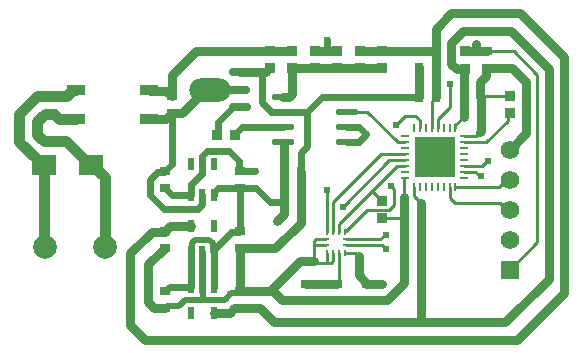
<source format=gtl>
G04 Layer: TopLayer*
G04 EasyEDA Pro v2.2.27.1, 2024-09-15 10:59:50*
G04 Gerber Generator version 0.3*
G04 Scale: 100 percent, Rotated: No, Reflected: No*
G04 Dimensions in millimeters*
G04 Leading zeros omitted, absolute positions, 3 integers and 5 decimals*
%TF.GenerationSoftware,KiCad,Pcbnew,8.0.8*%
%TF.CreationDate,2025-02-03T12:57:40+08:00*%
%TF.ProjectId,vibration_detection_v02,76696272-6174-4696-9f6e-5f6465746563,rev?*%
%TF.SameCoordinates,Original*%
%TF.FileFunction,Copper,L1,Top*%
%TF.FilePolarity,Positive*%
%FSLAX46Y46*%
G04 Gerber Fmt 4.6, Leading zero omitted, Abs format (unit mm)*
G04 Created by KiCad (PCBNEW 8.0.8) date 2025-02-03 12:57:40*
%MOMM*%
%LPD*%
G01*
G04 APERTURE LIST*
%TA.AperFunction,SMDPad,CuDef*%
%ADD10R,0.900000X0.800000*%
%TD*%
%TA.AperFunction,SMDPad,CuDef*%
%ADD11R,0.800000X0.900000*%
%TD*%
%TA.AperFunction,SMDPad,CuDef*%
%ADD12R,2.000000X1.800000*%
%TD*%
%TA.AperFunction,SMDPad,CuDef*%
%ADD13R,1.500000X0.900000*%
%TD*%
%TA.AperFunction,ComponentPad*%
%ADD14R,1.574800X1.574800*%
%TD*%
%TA.AperFunction,ComponentPad*%
%ADD15C,1.574800*%
%TD*%
%TA.AperFunction,ComponentPad*%
%ADD16C,2.000000*%
%TD*%
%TA.AperFunction,SMDPad,CuDef*%
%ADD17O,1.900000X0.700000*%
%TD*%
%TA.AperFunction,SMDPad,CuDef*%
%ADD18O,2.100000X0.700000*%
%TD*%
%TA.AperFunction,SMDPad,CuDef*%
%ADD19O,3.499990X2.000000*%
%TD*%
%TA.AperFunction,SMDPad,CuDef*%
%ADD20R,0.864010X0.806480*%
%TD*%
%TA.AperFunction,SMDPad,CuDef*%
%ADD21R,0.806480X0.864010*%
%TD*%
%TA.AperFunction,SMDPad,CuDef*%
%ADD22R,0.280010X0.500000*%
%TD*%
%TA.AperFunction,SMDPad,CuDef*%
%ADD23R,0.500000X0.280010*%
%TD*%
%TA.AperFunction,SMDPad,CuDef*%
%ADD24R,0.280010X0.750010*%
%TD*%
%TA.AperFunction,SMDPad,CuDef*%
%ADD25R,0.750010X0.280010*%
%TD*%
%TA.AperFunction,SMDPad,CuDef*%
%ADD26R,3.450080X3.450080*%
%TD*%
%TA.AperFunction,SMDPad,CuDef*%
%ADD27R,0.600000X1.100000*%
%TD*%
%TA.AperFunction,SMDPad,CuDef*%
%ADD28R,0.600000X1.000000*%
%TD*%
%TA.AperFunction,SMDPad,CuDef*%
%ADD29O,1.950210X0.568400*%
%TD*%
%TA.AperFunction,ViaPad*%
%ADD30C,1.016000*%
%TD*%
%TA.AperFunction,ViaPad*%
%ADD31C,0.609600*%
%TD*%
%TA.AperFunction,Conductor*%
%ADD32C,0.279400*%
%TD*%
%TA.AperFunction,Conductor*%
%ADD33C,0.762000*%
%TD*%
%TA.AperFunction,Conductor*%
%ADD34C,0.508000*%
%TD*%
%TA.AperFunction,Conductor*%
%ADD35C,0.609600*%
%TD*%
%TA.AperFunction,Conductor*%
%ADD36C,0.914400*%
%TD*%
G04 APERTURE END LIST*
D10*
%TO.P,C1,1*%
%TO.N,GND*%
X155003500Y-115253900D03*
%TO.P,C1,2*%
%TO.N,VDD*%
X155003500Y-113854100D03*
%TD*%
%TO.P,C2,1*%
%TO.N,GND*%
X152463500Y-115253900D03*
%TO.P,C2,2*%
%TO.N,VDDA*%
X152463500Y-113854100D03*
%TD*%
%TO.P,C3,1*%
%TO.N,GND*%
X149855200Y-115253900D03*
%TO.P,C3,2*%
%TO.N,VDDA*%
X149855200Y-113854100D03*
%TD*%
D11*
%TO.P,C4,1*%
%TO.N,GND*%
X158113600Y-110744000D03*
%TO.P,C4,2*%
%TO.N,VDD*%
X159513400Y-110744000D03*
%TD*%
%TO.P,C5,1*%
%TO.N,GND*%
X158113600Y-108204000D03*
%TO.P,C5,2*%
%TO.N,VDD*%
X159513400Y-108204000D03*
%TD*%
%TO.P,C6,1*%
%TO.N,GND*%
X164593400Y-98043920D03*
%TO.P,C6,2*%
%TO.N,VDD*%
X163193600Y-98043920D03*
%TD*%
D10*
%TO.P,C7,1*%
%TO.N,GND*%
X165163500Y-95568900D03*
%TO.P,C7,2*%
%TO.N,RESET*%
X165163500Y-94169100D03*
%TD*%
D11*
%TO.P,C8,1*%
%TO.N,GND*%
X159383600Y-95548880D03*
%TO.P,C8,2*%
%TO.N,VDDA*%
X160783400Y-95548880D03*
%TD*%
%TO.P,C9,1*%
%TO.N,GND*%
X159383600Y-98044000D03*
%TO.P,C9,2*%
%TO.N,VDDA*%
X160783400Y-98044000D03*
%TD*%
D10*
%TO.P,C10,1*%
%TO.N,GND*%
X137858500Y-105728900D03*
%TO.P,C10,2*%
%TO.N,VIN*%
X137858500Y-104329100D03*
%TD*%
%TO.P,C11,1*%
%TO.N,GND*%
X144208500Y-104329100D03*
%TO.P,C11,2*%
%TO.N,+5V*%
X144208500Y-105728900D03*
%TD*%
%TO.P,C12,1*%
%TO.N,GND*%
X137858500Y-115888900D03*
%TO.P,C12,2*%
%TO.N,+5V*%
X137858500Y-114489100D03*
%TD*%
%TO.P,C13,1*%
%TO.N,GND*%
X144208500Y-114489100D03*
%TO.P,C13,2*%
%TO.N,VDD*%
X144208500Y-115888900D03*
%TD*%
%TO.P,C14,1*%
%TO.N,GND*%
X144208500Y-110808900D03*
%TO.P,C14,2*%
%TO.N,+5V*%
X144208500Y-109409100D03*
%TD*%
%TO.P,C15,1*%
%TO.N,GND*%
X137858500Y-110808900D03*
%TO.P,C15,2*%
%TO.N,VDDA*%
X137858500Y-109409100D03*
%TD*%
D11*
%TO.P,C23,1*%
%TO.N,GND*%
X149353400Y-104394000D03*
%TO.P,C23,2*%
%TO.N,+5V*%
X147953600Y-104394000D03*
%TD*%
%TO.P,C24,1*%
%TO.N,GND*%
X149353400Y-106934000D03*
%TO.P,C24,2*%
%TO.N,+5V*%
X147953600Y-106934000D03*
%TD*%
D10*
%TO.P,C25,1*%
%TO.N,LOOP-*%
X128333500Y-97979100D03*
%TO.P,C25,2*%
%TO.N,LOOP+*%
X128333500Y-99378900D03*
%TD*%
%TO.P,C26,1*%
%TO.N,NetC26_1*%
X138493500Y-97979100D03*
%TO.P,C26,2*%
%TO.N,VIN*%
X138493500Y-99378900D03*
%TD*%
D12*
%TO.P,D2,2*%
%TO.N,LOOP+*%
X131603500Y-103759000D03*
%TO.P,D2,1*%
%TO.N,LOOP-*%
X127603500Y-103759000D03*
%TD*%
D13*
%TO.P,D3,4*%
%TO.N,NetC26_1*%
X136513550Y-97428990D03*
%TO.P,D3,3*%
%TO.N,VIN*%
X136513550Y-99929010D03*
%TO.P,D3,2*%
%TO.N,LOOP+*%
X130313560Y-99928980D03*
%TO.P,D3,1*%
%TO.N,LOOP-*%
X130313560Y-97428960D03*
%TD*%
D14*
%TO.P,J1,1*%
%TO.N,RESET*%
X167068500Y-112649000D03*
D15*
%TO.P,J1,2*%
%TO.N,+5V*%
X167068500Y-110109000D03*
%TO.P,J1,3*%
%TO.N,SWDIO*%
X167068500Y-107569000D03*
%TO.P,J1,4*%
%TO.N,SWCLK*%
X167068500Y-105029000D03*
%TO.P,J1,5*%
%TO.N,GND*%
X167068500Y-102489000D03*
%TD*%
D16*
%TO.P,P1,1*%
%TO.N,LOOP+*%
X132778500Y-110744000D03*
%TO.P,P1,2*%
%TO.N,LOOP-*%
X127698500Y-110744000D03*
%TD*%
D17*
%TO.P,Q2,3*%
%TO.N,NetQ2_3*%
X144188180Y-98910140D03*
%TO.P,Q2,1*%
%TO.N,GND*%
X144188180Y-95907860D03*
D18*
%TO.P,Q2,2*%
%TO.N,VIN*%
X144089120Y-97409000D03*
D19*
X141688820Y-97409000D03*
%TD*%
D20*
%TO.P,R1,1*%
%TO.N,BOOT0*%
X167068500Y-99421420D03*
%TO.P,R1,2*%
%TO.N,GND*%
X167068500Y-97914940D03*
%TD*%
%TO.P,R2,1*%
%TO.N,GND*%
X156273500Y-108322240D03*
%TO.P,R2,2*%
%TO.N,SPI1_NSS*%
X156273500Y-106815760D03*
%TD*%
%TO.P,R3,1*%
%TO.N,RESET*%
X163258500Y-94171390D03*
%TO.P,R3,2*%
%TO.N,VDD*%
X163258500Y-95677860D03*
%TD*%
%TO.P,R4,1*%
%TO.N,VDDA*%
X154368500Y-94115760D03*
%TO.P,R4,2*%
%TO.N,NetR4_2*%
X154368500Y-95622240D03*
%TD*%
%TO.P,R5,1*%
%TO.N,NetR4_2*%
X152463500Y-95622240D03*
%TO.P,R5,2*%
%TO.N,NetR5_2*%
X152463500Y-94115760D03*
%TD*%
%TO.P,R6,1*%
%TO.N,VDDA*%
X156273500Y-94115760D03*
%TO.P,R6,2*%
%TO.N,NetR4_2*%
X156273500Y-95622240D03*
%TD*%
%TO.P,R7,1*%
%TO.N,NetR4_2*%
X150558500Y-95622240D03*
%TO.P,R7,2*%
%TO.N,NetR5_2*%
X150558500Y-94115760D03*
%TD*%
D21*
%TO.P,R8,1*%
%TO.N,NetQ2_3*%
X142303500Y-101219000D03*
%TO.P,R8,2*%
%TO.N,NetR8_2*%
X143809970Y-101219000D03*
%TD*%
D20*
%TO.P,R9,1*%
%TO.N,NetR4_2*%
X148653500Y-95622240D03*
%TO.P,R9,2*%
%TO.N,NetC26_1*%
X148653500Y-94115760D03*
%TD*%
%TO.P,R10,1*%
%TO.N,GND*%
X146748500Y-95622240D03*
%TO.P,R10,2*%
%TO.N,NetC26_1*%
X146748500Y-94115760D03*
%TD*%
D22*
%TO.P,U1,1*%
%TO.N,SPI1_SCK*%
X153098500Y-109474000D03*
%TO.P,U1,2*%
%TO.N,SPI1_NSS*%
X152598500Y-109474000D03*
%TO.P,U1,3*%
%TO.N,SPI1_MISO*%
X152098480Y-109474000D03*
%TO.P,U1,4*%
%TO.N,SPI1_MOSI*%
X151598480Y-109474000D03*
D23*
%TO.P,U1,5*%
%TO.N,GND*%
X151473460Y-110098940D03*
%TO.P,U1,6*%
X151473460Y-110598970D03*
D22*
%TO.P,U1,7*%
X151598480Y-111223910D03*
%TO.P,U1,8*%
X152098480Y-111223910D03*
%TO.P,U1,9*%
%TO.N,VDDA*%
X152598500Y-111223910D03*
%TO.P,U1,10*%
%TO.N,VDD*%
X153098500Y-111223910D03*
D23*
%TO.P,U1,11*%
%TO.N,INT2*%
X153223520Y-110598970D03*
%TO.P,U1,12*%
%TO.N,INT1*%
X153223520Y-110098940D03*
%TD*%
D24*
%TO.P,U2,1*%
%TO.N,VDD*%
X162468510Y-100634010D03*
%TO.P,U2,2*%
%TO.N,N/C*%
X161968510Y-100634010D03*
%TO.P,U2,3*%
X161468510Y-100634010D03*
%TO.P,U2,4*%
%TO.N,RESET*%
X160968510Y-100634010D03*
%TO.P,U2,5*%
%TO.N,VDDA*%
X160468490Y-100634010D03*
%TO.P,U2,6*%
%TO.N,N/C*%
X159968490Y-100634010D03*
%TO.P,U2,7*%
%TO.N,SPI1_SCK*%
X159468490Y-100634010D03*
%TO.P,U2,8*%
%TO.N,N/C*%
X158968490Y-100634010D03*
D25*
%TO.P,U2,9*%
X158228460Y-101373940D03*
%TO.P,U2,10*%
%TO.N,DAC1_OUT1*%
X158228340Y-101873810D03*
%TO.P,U2,11*%
%TO.N,N/C*%
X158228460Y-102373940D03*
%TO.P,U2,12*%
%TO.N,SPI1_MISO*%
X158228340Y-102873810D03*
%TO.P,U2,13*%
%TO.N,SPI1_MOSI*%
X158228440Y-103373940D03*
%TO.P,U2,14*%
%TO.N,SPI1_NSS*%
X158228310Y-103873810D03*
%TO.P,U2,15*%
%TO.N,N/C*%
X158228440Y-104373930D03*
%TO.P,U2,16*%
%TO.N,GND*%
X158228310Y-104873810D03*
D24*
%TO.P,U2,17*%
%TO.N,VDD*%
X158968390Y-105613990D03*
%TO.P,U2,18*%
%TO.N,N/C*%
X159468640Y-105613990D03*
%TO.P,U2,19*%
X159968390Y-105613990D03*
%TO.P,U2,20*%
X160468640Y-105613990D03*
%TO.P,U2,21*%
X160968360Y-105613990D03*
%TO.P,U2,22*%
X161468610Y-105613990D03*
%TO.P,U2,23*%
%TO.N,SWDIO*%
X161968360Y-105613990D03*
%TO.P,U2,24*%
%TO.N,SWCLK*%
X162468610Y-105613990D03*
D25*
%TO.P,U2,25*%
%TO.N,N/C*%
X163208440Y-104874060D03*
%TO.P,U2,26*%
%TO.N,INT1*%
X163208560Y-104373930D03*
%TO.P,U2,27*%
%TO.N,INT2*%
X163208440Y-103874060D03*
%TO.P,U2,28*%
%TO.N,N/C*%
X163208560Y-103373940D03*
%TO.P,U2,29*%
X163208410Y-102874060D03*
%TO.P,U2,30*%
X163208540Y-102373940D03*
%TO.P,U2,31*%
%TO.N,BOOT0*%
X163208410Y-101874070D03*
%TO.P,U2,32*%
%TO.N,GND*%
X163208540Y-101373940D03*
D26*
%TO.P,U2,33*%
X160718500Y-103124000D03*
%TD*%
D27*
%TO.P,U3,1*%
%TO.N,GND*%
X140083520Y-106328870D03*
%TO.P,U3,2*%
%TO.N,VIN*%
X141033480Y-106328920D03*
%TO.P,U3,3*%
%TO.N,+5V*%
X141983440Y-106328970D03*
%TO.P,U3,4*%
%TO.N,N/C*%
X141983590Y-103728980D03*
%TO.P,U3,5*%
X140083670Y-103728880D03*
%TD*%
D28*
%TO.P,U4,5*%
%TO.N,VDDA*%
X140083490Y-108988780D03*
%TO.P,U4,4*%
%TO.N,N/C*%
X141983490Y-108988780D03*
%TO.P,U4,1*%
%TO.N,+5V*%
X140083570Y-111188930D03*
%TO.P,U4,3*%
X141983410Y-111188960D03*
%TO.P,U4,2*%
%TO.N,GND*%
X141033500Y-111188960D03*
%TD*%
%TO.P,U5,5*%
%TO.N,VDD*%
X141983510Y-116289100D03*
%TO.P,U5,4*%
%TO.N,N/C*%
X140083520Y-116289100D03*
%TO.P,U5,1*%
%TO.N,+5V*%
X141983440Y-114088950D03*
%TO.P,U5,3*%
X140083590Y-114088930D03*
%TO.P,U5,2*%
%TO.N,GND*%
X141033500Y-114088930D03*
%TD*%
D29*
%TO.P,U7,5*%
%TO.N,NetR4_2*%
X147853400Y-98044000D03*
%TO.P,U7,6*%
%TO.N,GND*%
X147853400Y-99314000D03*
%TO.P,U7,7*%
%TO.N,NetR8_2*%
X147853400Y-100584000D03*
%TO.P,U7,8*%
%TO.N,+5V*%
X147853400Y-101854000D03*
%TO.P,U7,4*%
%TO.N,GND*%
X153263600Y-98044000D03*
%TO.P,U7,3*%
%TO.N,DAC1_OUT1*%
X153263600Y-99314000D03*
%TO.P,U7,2*%
%TO.N,NetR5_2*%
X153263600Y-100584000D03*
%TO.P,U7,1*%
X153263600Y-101854000D03*
%TD*%
D30*
%TO.N,GND*%
X160718500Y-103124000D03*
D31*
%TO.N,RESET*%
X164198300Y-93522800D03*
%TO.N,INT2*%
X156578300Y-110947200D03*
%TO.N,+5V*%
X147383500Y-108508800D03*
%TO.N,GND*%
X145509550Y-110808900D03*
X145529300Y-104317800D03*
X164586350Y-100957950D03*
X158113600Y-106465500D03*
%TO.N,SPI1_SCK*%
X157467300Y-100380800D03*
X157010100Y-105562400D03*
%TO.N,SPI1_MOSI*%
X151574500Y-105918000D03*
X152920700Y-107315000D03*
%TO.N,INT1*%
X156578300Y-109702600D03*
X164604700Y-104749600D03*
%TO.N,INT2*%
X165265100Y-103454200D03*
%TO.N,VDDA*%
X151091900Y-118618000D03*
%TO.N,VDD*%
X156273500Y-113842800D03*
X156222700Y-117094000D03*
%TO.N,VDDA*%
X151091900Y-113842800D03*
D30*
%TO.N,GND*%
X159550100Y-104190800D03*
X161759900Y-104190800D03*
X161759900Y-101955600D03*
X159550100Y-101955600D03*
D31*
%TO.N,NetR5_2*%
X154927300Y-101193600D03*
X151574500Y-93218000D03*
%TO.N,RESET*%
X161988500Y-96901000D03*
%TD*%
D32*
%TO.N,SWDIO*%
X166257130Y-106984800D02*
X166841330Y-107569000D01*
X166841330Y-107569000D02*
X167068500Y-107569000D01*
D33*
%TO.N,RESET*%
X164198300Y-94143700D02*
X164198300Y-93522800D01*
X164198300Y-94143700D02*
X164223700Y-94169100D01*
D32*
%TO.N,GND*%
X157995370Y-108322240D02*
X158113600Y-108204000D01*
X156273500Y-108322240D02*
X157995370Y-108322240D01*
D33*
%TO.N,+5V*%
X147934600Y-106915000D02*
X147934600Y-101950800D01*
D32*
%TO.N,INT2*%
X156230070Y-110598970D02*
X156578300Y-110947200D01*
X153223520Y-110598970D02*
X156230070Y-110598970D01*
D33*
%TO.N,+5V*%
X147934600Y-107957700D02*
X147934600Y-106953000D01*
X147934600Y-106953000D02*
X147953600Y-106934000D01*
X147383500Y-108508800D02*
X147934600Y-107957700D01*
%TO.N,GND*%
X145509550Y-110808900D02*
X147217000Y-110808900D01*
X149353400Y-108672500D02*
X149353400Y-106934000D01*
X147217000Y-110808900D02*
X149353400Y-108672500D01*
X149353400Y-106934000D02*
X149353400Y-104394000D01*
D34*
%TO.N,+5V*%
X140427150Y-110134400D02*
X141639830Y-110134400D01*
X140129570Y-110431980D02*
X140427150Y-110134400D01*
X140129570Y-111142930D02*
X140129570Y-110431980D01*
D35*
X143437380Y-109504300D02*
X144113300Y-109504300D01*
X141983410Y-111188960D02*
X141983410Y-110958270D01*
X141983410Y-110958270D02*
X143437380Y-109504300D01*
D34*
X141639830Y-110134400D02*
X141937410Y-110431980D01*
X141937410Y-111142960D02*
X141937410Y-110431980D01*
X141937410Y-111142960D02*
X141983410Y-111188960D01*
X140083570Y-111188930D02*
X140129570Y-111142930D01*
D33*
%TO.N,GND*%
X144208500Y-110808900D02*
X145509550Y-110808900D01*
D35*
X144158500Y-104329100D02*
X144158500Y-103455000D01*
X145518000Y-104329100D02*
X145529300Y-104317800D01*
X144208500Y-104329100D02*
X145518000Y-104329100D01*
D33*
X164586350Y-100957950D02*
X164593400Y-100950900D01*
X164579300Y-100965000D02*
X164586350Y-100957950D01*
%TO.N,VDD*%
X163193600Y-98043920D02*
X163193600Y-95658370D01*
D32*
%TO.N,GND*%
X164584200Y-98034730D02*
X164703990Y-97914940D01*
D35*
X147853400Y-99314000D02*
X149933800Y-99314000D01*
X146839900Y-99314000D02*
X147853400Y-99314000D01*
D33*
%TO.N,VDD*%
X144227500Y-115907900D02*
X145892600Y-115907900D01*
X147078700Y-117094000D02*
X156222700Y-117094000D01*
X145892600Y-115907900D02*
X147078700Y-117094000D01*
%TO.N,GND*%
X147039200Y-114489100D02*
X147804000Y-115253900D01*
X144208500Y-114489100D02*
X147039200Y-114489100D01*
D32*
%TO.N,SPI1_SCK*%
X159468190Y-100633710D02*
X159468190Y-100019480D01*
X159067500Y-99618800D02*
X159468190Y-100019480D01*
X159468190Y-100633710D02*
X159468490Y-100634010D01*
X157467300Y-100380800D02*
X158229300Y-99618800D01*
X158229300Y-99618800D02*
X159067500Y-99618800D01*
X157010100Y-105562400D02*
X157238700Y-105791000D01*
X156857700Y-107594400D02*
X157238700Y-107213400D01*
X157238700Y-107213400D02*
X157238700Y-105791000D01*
X153098810Y-109363700D02*
X153208800Y-109363700D01*
X153098500Y-109474000D02*
X153098500Y-109364000D01*
X153098500Y-109364000D02*
X153098810Y-109363700D01*
X153208800Y-109363700D02*
X154978100Y-107594400D01*
X154978100Y-107594400D02*
X156857700Y-107594400D01*
%TO.N,SPI1_NSS*%
X155371800Y-106006900D02*
X157504590Y-103874110D01*
X152598810Y-108779890D02*
X155371800Y-106006900D01*
X155371800Y-106006900D02*
X155435870Y-106006900D01*
X156244740Y-106815760D02*
X156273500Y-106815760D01*
X155435870Y-106006900D02*
X156244740Y-106815760D01*
%TO.N,SPI1_MOSI*%
X151598170Y-109473690D02*
X151598480Y-109474000D01*
X151574500Y-105918000D02*
X151598170Y-105941670D01*
X151598170Y-109473690D02*
X151598170Y-105941670D01*
X152920700Y-107315000D02*
X156861760Y-103373940D01*
X156861760Y-103373940D02*
X158228440Y-103373940D01*
%TO.N,SPI1_NSS*%
X157504590Y-103874110D02*
X158228010Y-103874110D01*
X152598810Y-109473690D02*
X152598810Y-108779890D01*
%TO.N,SPI1_MISO*%
X156167790Y-102874110D02*
X158228030Y-102874110D01*
X152098480Y-106943420D02*
X156167790Y-102874110D01*
X152098480Y-109474000D02*
X152098480Y-106943420D01*
X158228030Y-102874110D02*
X158228340Y-102873810D01*
%TO.N,SPI1_NSS*%
X158228010Y-103874110D02*
X158228310Y-103873810D01*
X152598500Y-109474000D02*
X152598810Y-109473690D01*
%TO.N,INT1*%
X156092610Y-110098940D02*
X156488950Y-109702600D01*
X156488950Y-109702600D02*
X156578300Y-109702600D01*
X153223520Y-110098940D02*
X156092610Y-110098940D01*
X163208560Y-104373930D02*
X164139680Y-104373930D01*
X164139680Y-104373930D02*
X164515350Y-104749600D01*
X164515350Y-104749600D02*
X164604700Y-104749600D01*
%TO.N,INT2*%
X163208440Y-103874060D02*
X164755890Y-103874060D01*
X164755890Y-103874060D02*
X165175750Y-103454200D01*
X165175750Y-103454200D02*
X165265100Y-103454200D01*
D33*
%TO.N,VDDA*%
X151091900Y-118618000D02*
X167703500Y-118618000D01*
X136207500Y-118618000D02*
X151091900Y-118618000D01*
X149855200Y-113854100D02*
X152463500Y-113854100D01*
%TO.N,VDD*%
X155014800Y-113842800D02*
X156273500Y-113842800D01*
X156222700Y-117094000D02*
X159513390Y-117094000D01*
X154953500Y-113854100D02*
X155003500Y-113854100D01*
X154934500Y-113835100D02*
X154934500Y-113785100D01*
X154292300Y-113142900D02*
X154292300Y-111531400D01*
X154934500Y-113835100D02*
X154953500Y-113854100D01*
X154292300Y-113142900D02*
X154934500Y-113785100D01*
%TO.N,GND*%
X158113600Y-113780700D02*
X158113600Y-110744000D01*
X156659400Y-115234900D02*
X158113600Y-113780700D01*
X155022500Y-115234900D02*
X156659400Y-115234900D01*
%TO.N,NetR5_2*%
X151511000Y-94115760D02*
X152463500Y-94115760D01*
X150558500Y-94115760D02*
X151511000Y-94115760D01*
D35*
X151574500Y-94052260D02*
X151574500Y-93218000D01*
X151511000Y-94115760D02*
X151574500Y-94052260D01*
D32*
%TO.N,DAC1_OUT1*%
X153263600Y-99314000D02*
X155003500Y-99314000D01*
X155003500Y-99314000D02*
X157563310Y-101873810D01*
D33*
%TO.N,GND*%
X159383600Y-95548880D02*
X159383600Y-95504000D01*
D35*
X153263600Y-98044000D02*
X159383600Y-98044000D01*
X151203800Y-98044000D02*
X153263600Y-98044000D01*
%TO.N,NetR5_2*%
X153263600Y-100584000D02*
X154317700Y-100584000D01*
X154317700Y-100584000D02*
X154927300Y-101193600D01*
X153263600Y-101854000D02*
X154266900Y-101854000D01*
X154266900Y-101854000D02*
X154927300Y-101193600D01*
D32*
%TO.N,VDDA*%
X160468490Y-100634010D02*
X160468490Y-98408910D01*
X160468490Y-98408910D02*
X160783400Y-98094000D01*
X160783400Y-98094000D02*
X160783400Y-98044000D01*
%TO.N,DAC1_OUT1*%
X157563310Y-101873810D02*
X158228340Y-101873810D01*
D33*
%TO.N,VDDA*%
X167957500Y-90932000D02*
X171691300Y-94665800D01*
X167703500Y-118618000D02*
X171691300Y-114630200D01*
X171691300Y-114630200D02*
X171691300Y-94665800D01*
%TO.N,VDD*%
X166687500Y-117094000D02*
X170370500Y-113411000D01*
X170370500Y-113411000D02*
X170370500Y-95631000D01*
X167195500Y-92456000D02*
X170370500Y-95631000D01*
D32*
%TO.N,RESET*%
X167068500Y-112649000D02*
X169379900Y-110337600D01*
X169379900Y-110337600D02*
X169379900Y-96164400D01*
X167384610Y-94169100D02*
X169379900Y-96164400D01*
D33*
%TO.N,GND*%
X167068500Y-102489000D02*
X168440100Y-101117400D01*
X167235000Y-95568900D02*
X168440100Y-96774000D01*
X168440100Y-101117400D02*
X168440100Y-96774000D01*
D32*
X164703990Y-97914940D02*
X167068500Y-97914940D01*
D33*
X165163500Y-95568900D02*
X167235000Y-95568900D01*
D32*
%TO.N,RESET*%
X165163500Y-94169100D02*
X167384610Y-94169100D01*
D33*
X164223700Y-94169100D02*
X165163500Y-94169100D01*
X163570500Y-94169100D02*
X164223700Y-94169100D01*
D32*
%TO.N,SWDIO*%
X161968660Y-106558560D02*
X162394900Y-106984800D01*
X162394900Y-106984800D02*
X166257130Y-106984800D01*
X161968660Y-106558560D02*
X161968660Y-105614290D01*
%TO.N,SWCLK*%
X162468610Y-105613990D02*
X166132980Y-105613990D01*
X166132980Y-105613990D02*
X166717970Y-105029000D01*
%TO.N,SWDIO*%
X161968360Y-105613990D02*
X161968660Y-105614290D01*
%TO.N,SWCLK*%
X166717970Y-105029000D02*
X167068500Y-105029000D01*
%TO.N,VDD*%
X158968390Y-106453890D02*
X159513400Y-106998900D01*
%TO.N,GND*%
X158113600Y-104874110D02*
X158113910Y-104873810D01*
X158113910Y-104873810D02*
X158228310Y-104873810D01*
X158113600Y-106465500D02*
X158113600Y-104874110D01*
D33*
X158113600Y-108204000D02*
X158113600Y-106465500D01*
%TO.N,VDD*%
X159513400Y-108204000D02*
X159513400Y-106998900D01*
D32*
X158968390Y-106453890D02*
X158968390Y-105613990D01*
%TO.N,BOOT0*%
X165092630Y-101874070D02*
X166886620Y-100080080D01*
X166886620Y-99603300D02*
X167068500Y-99421420D01*
X163208410Y-101874070D02*
X165092630Y-101874070D01*
X166886620Y-100080080D02*
X166886620Y-99603300D01*
D33*
%TO.N,GND*%
X164593400Y-100950900D02*
X164593400Y-98043920D01*
D32*
X164170360Y-101373940D02*
X164579300Y-100965000D01*
%TO.N,RESET*%
X161988500Y-98907600D02*
X161988500Y-96901000D01*
X160968510Y-99927590D02*
X161988500Y-98907600D01*
X160968510Y-100634010D02*
X160968510Y-99927590D01*
D33*
%TO.N,VDD*%
X163193600Y-99673920D02*
X163193600Y-98043920D01*
X163156900Y-99710620D02*
X163193600Y-99673920D01*
D32*
X162468510Y-100634010D02*
X162468510Y-100399010D01*
X162468510Y-100399010D02*
X163156900Y-99710620D01*
%TO.N,GND*%
X163208540Y-101373940D02*
X164170360Y-101373940D01*
D33*
X144188180Y-95907860D02*
X146434110Y-95907860D01*
X146799300Y-114477800D02*
X149325170Y-111951930D01*
X149325170Y-111951930D02*
X150507700Y-111951930D01*
D32*
X150671370Y-112115600D02*
X151574500Y-112115600D01*
X150507700Y-111951930D02*
X150507700Y-110617000D01*
X150507700Y-111951930D02*
X150671370Y-112115600D01*
%TO.N,VDD*%
X153984810Y-111223910D02*
X154292300Y-111531400D01*
X153098500Y-111223910D02*
X153984810Y-111223910D01*
%TO.N,VDDA*%
X152463500Y-113854100D02*
X152598500Y-113719100D01*
X152598500Y-113719100D02*
X152598500Y-111223910D01*
%TO.N,GND*%
X152098480Y-111951930D02*
X152098480Y-111223910D01*
X151574500Y-112115600D02*
X151934810Y-112115600D01*
X151934810Y-112115600D02*
X152098480Y-111951930D01*
X151598480Y-112091620D02*
X151598480Y-111223910D01*
X151574500Y-112115600D02*
X151598480Y-112091620D01*
X150507700Y-110617000D02*
X150507700Y-110262610D01*
X150507700Y-110617000D02*
X150525730Y-110598970D01*
X150525730Y-110598970D02*
X151473460Y-110598970D01*
X150671370Y-110098940D02*
X151473460Y-110098940D01*
X150507700Y-110262610D02*
X150671370Y-110098940D01*
D33*
X159383600Y-98044000D02*
X159383600Y-95548880D01*
%TO.N,VDDA*%
X160783400Y-92264100D02*
X162115500Y-90932000D01*
X162115500Y-90932000D02*
X167957500Y-90932000D01*
%TO.N,VDD*%
X162115500Y-93472000D02*
X163131500Y-92456000D01*
X162115500Y-95209260D02*
X162115500Y-93472000D01*
X163131500Y-92456000D02*
X167195500Y-92456000D01*
X162561870Y-95655620D02*
X163196350Y-95655620D01*
X163196350Y-95655620D02*
X163236260Y-95655620D01*
%TO.N,VDDA*%
X156273500Y-94115760D02*
X160748930Y-94115760D01*
X154368500Y-94115760D02*
X156273500Y-94115760D01*
X160748930Y-94115760D02*
X160783400Y-94081290D01*
X160783400Y-95548880D02*
X160783400Y-94081290D01*
X160783400Y-94081290D02*
X160783400Y-92264100D01*
X134937500Y-117348000D02*
X136207500Y-118618000D01*
X134937500Y-117348000D02*
X134937500Y-111252000D01*
%TO.N,GND*%
X136461500Y-115377630D02*
X136461500Y-112205900D01*
X136953770Y-115869900D02*
X137839500Y-115869900D01*
X136461500Y-115377630D02*
X136953770Y-115869900D01*
X137839500Y-115869900D02*
X137858500Y-115888900D01*
%TO.N,VDDA*%
X134937500Y-111252000D02*
X136761400Y-109428100D01*
X137839500Y-109428100D02*
X137858500Y-109409100D01*
X136761400Y-109428100D02*
X137839500Y-109428100D01*
%TO.N,VDD*%
X143362400Y-116289100D02*
X143743600Y-115907900D01*
X141983510Y-116289100D02*
X143362400Y-116289100D01*
X143743600Y-115907900D02*
X144189500Y-115907900D01*
X144189500Y-115907900D02*
X144208500Y-115888900D01*
X159513400Y-110744000D02*
X159513400Y-108204000D01*
X159513400Y-117094000D02*
X159513400Y-110744000D01*
X144208500Y-115888900D02*
X144227500Y-115907900D01*
D34*
%TO.N,GND*%
X139039460Y-115742900D02*
X139593360Y-115189000D01*
X139593360Y-115189000D02*
X141079500Y-115189000D01*
X137858500Y-115888900D02*
X138004500Y-115742900D01*
X138004500Y-115742900D02*
X139039460Y-115742900D01*
D33*
%TO.N,VDDA*%
X137908500Y-109409100D02*
X138328820Y-108988780D01*
X138328820Y-108988780D02*
X140083490Y-108988780D01*
X137858500Y-109409100D02*
X137908500Y-109409100D01*
%TO.N,GND*%
X137789500Y-110877900D02*
X137789500Y-110827900D01*
X137808500Y-110808900D02*
X137858500Y-110808900D01*
X137789500Y-110827900D02*
X137808500Y-110808900D01*
X136461500Y-112205900D02*
X137789500Y-110877900D01*
X144208500Y-114489100D02*
X144208500Y-110808900D01*
%TO.N,VDD*%
X159513390Y-117094000D02*
X159513400Y-117094000D01*
X159513390Y-117094000D02*
X166687500Y-117094000D01*
X163193600Y-95658370D02*
X163196350Y-95655620D01*
X162115500Y-95209260D02*
X162561870Y-95655620D01*
X163236260Y-95655620D02*
X163258500Y-95677860D01*
%TO.N,GND*%
X147804000Y-115253900D02*
X149855200Y-115253900D01*
X152463500Y-115253900D02*
X155003500Y-115253900D01*
X149855200Y-115253900D02*
X152463500Y-115253900D01*
X158113600Y-110744000D02*
X158113600Y-108204000D01*
D35*
%TO.N,VIN*%
X136588500Y-106299000D02*
X136588500Y-105029000D01*
X136588500Y-106299000D02*
X137777970Y-107488470D01*
X137777970Y-107488470D02*
X140636020Y-107488470D01*
X136588500Y-105029000D02*
X137193200Y-104424300D01*
X137193200Y-104424300D02*
X137763300Y-104424300D01*
X137763300Y-104424300D02*
X137858500Y-104329100D01*
X140636020Y-107488470D02*
X141028670Y-107095810D01*
X141028670Y-107095810D02*
X141028670Y-106333720D01*
X141028670Y-106333720D02*
X141033480Y-106328920D01*
D34*
%TO.N,GND*%
X141079500Y-115189000D02*
X141079500Y-114134920D01*
X141079500Y-115189000D02*
X142938500Y-115189000D01*
D35*
%TO.N,+5V*%
X137908500Y-114489100D02*
X138308680Y-114088930D01*
X137858500Y-114489100D02*
X137908500Y-114489100D01*
X138308680Y-114088930D02*
X140083590Y-114088930D01*
D34*
%TO.N,GND*%
X142938500Y-115189000D02*
X143492400Y-114635100D01*
X143492400Y-114635100D02*
X144062500Y-114635100D01*
X141033500Y-114088930D02*
X141079500Y-114134920D01*
D35*
%TO.N,+5V*%
X146729500Y-106915000D02*
X147934600Y-106915000D01*
X144208500Y-105728900D02*
X145543400Y-105728900D01*
X145543400Y-105728900D02*
X146729500Y-106915000D01*
X144208500Y-109409100D02*
X144208500Y-105728900D01*
X144113300Y-109504300D02*
X144208500Y-109409100D01*
X140083580Y-114088910D02*
X140083580Y-111188940D01*
X140083570Y-111188930D02*
X140083580Y-111188940D01*
X140083580Y-114088910D02*
X140083590Y-114088930D01*
X141983410Y-111188960D02*
X141983420Y-111188970D01*
X141983420Y-114088940D02*
X141983420Y-111188970D01*
X141983420Y-114088940D02*
X141983440Y-114088950D01*
%TO.N,GND*%
X141033500Y-114088930D02*
X141033500Y-111188960D01*
D33*
%TO.N,NetR4_2*%
X148350710Y-98044000D02*
X148653500Y-97741210D01*
X147853400Y-98044000D02*
X148350710Y-98044000D01*
X148653500Y-97741210D02*
X148653500Y-95622240D01*
D35*
%TO.N,NetR8_2*%
X143809970Y-101219000D02*
X143809970Y-101190230D01*
X144416210Y-100584000D02*
X147853400Y-100584000D01*
X143809970Y-101190230D02*
X144416210Y-100584000D01*
%TO.N,GND*%
X143272880Y-102569380D02*
X144158500Y-103455000D01*
X141431080Y-102569380D02*
X143272880Y-102569380D01*
X140993270Y-103007200D02*
X141431080Y-102569380D01*
X140993270Y-104531380D02*
X140993270Y-103007200D01*
X140088320Y-105436330D02*
X140993270Y-104531380D01*
X140088320Y-106324070D02*
X140088320Y-105436330D01*
X140083520Y-106328870D02*
X140088320Y-106324070D01*
%TO.N,+5V*%
X141983440Y-106088570D02*
X142343110Y-105728900D01*
X141983440Y-106328970D02*
X141983440Y-106088570D01*
X142343110Y-105728900D02*
X144208500Y-105728900D01*
%TO.N,GND*%
X137858500Y-105728900D02*
X137908500Y-105728900D01*
X137908500Y-105728900D02*
X138508470Y-106328870D01*
X138508470Y-106328870D02*
X140083520Y-106328870D01*
%TO.N,VIN*%
X138493500Y-103744100D02*
X138493500Y-99378900D01*
X137908500Y-104329100D02*
X138493500Y-103744100D01*
X137858500Y-104329100D02*
X137908500Y-104329100D01*
D33*
%TO.N,GND*%
X164584200Y-98034730D02*
X164584200Y-96755000D01*
X165113500Y-95568900D02*
X165163500Y-95568900D01*
X165094500Y-95587900D02*
X165113500Y-95568900D01*
X164584200Y-96755000D02*
X165094500Y-96244700D01*
X165094500Y-96244700D02*
X165094500Y-95587900D01*
D35*
X146434110Y-95907860D02*
X146719740Y-95622240D01*
X146065490Y-96276480D02*
X146434110Y-95907860D01*
X146065490Y-98498390D02*
X146860500Y-99293400D01*
X146719740Y-95622240D02*
X146748500Y-95622240D01*
X146065490Y-98498390D02*
X146065490Y-96276480D01*
X149933800Y-99314000D02*
X151203800Y-98044000D01*
X149933800Y-102159580D02*
X149933800Y-99314000D01*
X149353400Y-104394000D02*
X149353400Y-102739980D01*
X149353400Y-102739980D02*
X149933800Y-102159580D01*
%TO.N,NetQ2_3*%
X142401940Y-100153250D02*
X143645040Y-98910140D01*
X142401940Y-101120560D02*
X142401940Y-100153250D01*
X143645040Y-98910140D02*
X144188180Y-98910140D01*
X142303500Y-101219000D02*
X142401940Y-101120560D01*
D33*
%TO.N,VDDA*%
X160783400Y-98044000D02*
X160783400Y-95548880D01*
%TO.N,RESET*%
X163539400Y-94138000D02*
X163570500Y-94169100D01*
X163258500Y-94115760D02*
X163280740Y-94138000D01*
X163280740Y-94138000D02*
X163539400Y-94138000D01*
%TO.N,NetR4_2*%
X154368500Y-95622240D02*
X156273500Y-95622240D01*
X152463500Y-95622240D02*
X154368500Y-95622240D01*
X150558500Y-95622240D02*
X152463500Y-95622240D01*
X148653500Y-95622240D02*
X150558500Y-95622240D01*
%TO.N,NetC26_1*%
X146748500Y-94115760D02*
X148653500Y-94115760D01*
X140516740Y-94115760D02*
X146748500Y-94115760D01*
X138493500Y-96139000D02*
X140516740Y-94115760D01*
X138493500Y-97979100D02*
X138493500Y-96139000D01*
%TO.N,VIN*%
X138502700Y-99369700D02*
X139353820Y-99369700D01*
X141273820Y-97409000D02*
X141688820Y-97409000D01*
X138493500Y-99378900D02*
X138502700Y-99369700D01*
X139353820Y-99369700D02*
X140701940Y-98021580D01*
X140701940Y-98021580D02*
X140701940Y-97980880D01*
X140701940Y-97980880D02*
X141273820Y-97409000D01*
D36*
%TO.N,LOOP-*%
X127077040Y-97912100D02*
X129544830Y-97912100D01*
X129544830Y-97912100D02*
X130027960Y-97428960D01*
X130027960Y-97428960D02*
X130313560Y-97428960D01*
X127005440Y-103316200D02*
X127160710Y-103316200D01*
X125539500Y-101850260D02*
X125539500Y-99449640D01*
X125539500Y-99449640D02*
X127077040Y-97912100D01*
X127160710Y-103316200D02*
X127603500Y-103759000D01*
X125539500Y-101850260D02*
X127005440Y-103316200D01*
%TO.N,LOOP+*%
X127063500Y-100080900D02*
X127698500Y-99445900D01*
X127063500Y-101219000D02*
X127063500Y-100080900D01*
X127698500Y-99445900D02*
X128456010Y-99445900D01*
X127063500Y-101219000D02*
X127636700Y-101792200D01*
X127636700Y-101792200D02*
X129536700Y-101792200D01*
X130306360Y-99921780D02*
X130313560Y-99928980D01*
X128931890Y-99921780D02*
X130306360Y-99921780D01*
X128456010Y-99445900D02*
X128931890Y-99921780D01*
X131503500Y-103759000D02*
X131603500Y-103759000D01*
X129536700Y-101792200D02*
X131503500Y-103759000D01*
X132778500Y-110744000D02*
X132778500Y-104834000D01*
X131703500Y-103759000D02*
X132778500Y-104834000D01*
X131603500Y-103759000D02*
X131703500Y-103759000D01*
%TO.N,LOOP-*%
X127651000Y-110696500D02*
X127651000Y-103806500D01*
X127651000Y-110696500D02*
X127698500Y-110744000D01*
X127603500Y-103759000D02*
X127651000Y-103806500D01*
D33*
%TO.N,VIN*%
X136582540Y-99860010D02*
X137962390Y-99860010D01*
X138443500Y-99378900D02*
X138493500Y-99378900D01*
X136513550Y-99929010D02*
X136582540Y-99860010D01*
X137962390Y-99860010D02*
X138443500Y-99378900D01*
%TO.N,NetC26_1*%
X136582540Y-97497990D02*
X137962390Y-97497990D01*
X138443500Y-97979100D02*
X138493500Y-97979100D01*
X136513550Y-97428990D02*
X136582540Y-97497990D01*
X137962390Y-97497990D02*
X138443500Y-97979100D01*
%TD*%
M02*

</source>
